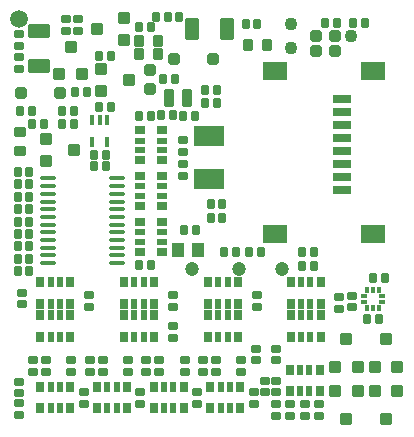
<source format=gbs>
G04*
G04 #@! TF.GenerationSoftware,Altium Limited,Altium Designer,23.4.1 (23)*
G04*
G04 Layer_Color=16711935*
%FSLAX25Y25*%
%MOIN*%
G70*
G04*
G04 #@! TF.SameCoordinates,4B0A588D-1AC6-410B-B069-DFE6D3FFDE1E*
G04*
G04*
G04 #@! TF.FilePolarity,Negative*
G04*
G01*
G75*
G04:AMPARAMS|DCode=58|XSize=29.53mil|YSize=35.43mil|CornerRadius=4.53mil|HoleSize=0mil|Usage=FLASHONLY|Rotation=270.000|XOffset=0mil|YOffset=0mil|HoleType=Round|Shape=RoundedRectangle|*
%AMROUNDEDRECTD58*
21,1,0.02953,0.02638,0,0,270.0*
21,1,0.02047,0.03543,0,0,270.0*
1,1,0.00906,-0.01319,-0.01024*
1,1,0.00906,-0.01319,0.01024*
1,1,0.00906,0.01319,0.01024*
1,1,0.00906,0.01319,-0.01024*
%
%ADD58ROUNDEDRECTD58*%
G04:AMPARAMS|DCode=59|XSize=21.65mil|YSize=35.43mil|CornerRadius=3.74mil|HoleSize=0mil|Usage=FLASHONLY|Rotation=270.000|XOffset=0mil|YOffset=0mil|HoleType=Round|Shape=RoundedRectangle|*
%AMROUNDEDRECTD59*
21,1,0.02165,0.02795,0,0,270.0*
21,1,0.01417,0.03543,0,0,270.0*
1,1,0.00748,-0.01398,-0.00709*
1,1,0.00748,-0.01398,0.00709*
1,1,0.00748,0.01398,0.00709*
1,1,0.00748,0.01398,-0.00709*
%
%ADD59ROUNDEDRECTD59*%
G04:AMPARAMS|DCode=64|XSize=31.5mil|YSize=27.56mil|CornerRadius=4.33mil|HoleSize=0mil|Usage=FLASHONLY|Rotation=90.000|XOffset=0mil|YOffset=0mil|HoleType=Round|Shape=RoundedRectangle|*
%AMROUNDEDRECTD64*
21,1,0.03150,0.01890,0,0,90.0*
21,1,0.02284,0.02756,0,0,90.0*
1,1,0.00866,0.00945,0.01142*
1,1,0.00866,0.00945,-0.01142*
1,1,0.00866,-0.00945,-0.01142*
1,1,0.00866,-0.00945,0.01142*
%
%ADD64ROUNDEDRECTD64*%
G04:AMPARAMS|DCode=68|XSize=31.5mil|YSize=27.56mil|CornerRadius=4.33mil|HoleSize=0mil|Usage=FLASHONLY|Rotation=180.000|XOffset=0mil|YOffset=0mil|HoleType=Round|Shape=RoundedRectangle|*
%AMROUNDEDRECTD68*
21,1,0.03150,0.01890,0,0,180.0*
21,1,0.02284,0.02756,0,0,180.0*
1,1,0.00866,-0.01142,0.00945*
1,1,0.00866,0.01142,0.00945*
1,1,0.00866,0.01142,-0.00945*
1,1,0.00866,-0.01142,-0.00945*
%
%ADD68ROUNDEDRECTD68*%
G04:AMPARAMS|DCode=70|XSize=39.37mil|YSize=41.34mil|CornerRadius=5.51mil|HoleSize=0mil|Usage=FLASHONLY|Rotation=270.000|XOffset=0mil|YOffset=0mil|HoleType=Round|Shape=RoundedRectangle|*
%AMROUNDEDRECTD70*
21,1,0.03937,0.03032,0,0,270.0*
21,1,0.02835,0.04134,0,0,270.0*
1,1,0.01102,-0.01516,-0.01417*
1,1,0.01102,-0.01516,0.01417*
1,1,0.01102,0.01516,0.01417*
1,1,0.01102,0.01516,-0.01417*
%
%ADD70ROUNDEDRECTD70*%
G04:AMPARAMS|DCode=74|XSize=31.5mil|YSize=40.16mil|CornerRadius=4.72mil|HoleSize=0mil|Usage=FLASHONLY|Rotation=0.000|XOffset=0mil|YOffset=0mil|HoleType=Round|Shape=RoundedRectangle|*
%AMROUNDEDRECTD74*
21,1,0.03150,0.03071,0,0,0.0*
21,1,0.02205,0.04016,0,0,0.0*
1,1,0.00945,0.01102,-0.01535*
1,1,0.00945,-0.01102,-0.01535*
1,1,0.00945,-0.01102,0.01535*
1,1,0.00945,0.01102,0.01535*
%
%ADD74ROUNDEDRECTD74*%
G04:AMPARAMS|DCode=76|XSize=39.37mil|YSize=41.34mil|CornerRadius=5.51mil|HoleSize=0mil|Usage=FLASHONLY|Rotation=270.000|XOffset=0mil|YOffset=0mil|HoleType=Round|Shape=RoundedRectangle|*
%AMROUNDEDRECTD76*
21,1,0.03937,0.03032,0,0,270.0*
21,1,0.02835,0.04134,0,0,270.0*
1,1,0.01102,-0.01516,-0.01417*
1,1,0.01102,-0.01516,0.01417*
1,1,0.01102,0.01516,0.01417*
1,1,0.01102,0.01516,-0.01417*
%
%ADD76ROUNDEDRECTD76*%
%ADD81C,0.04724*%
%ADD82C,0.04294*%
%ADD83C,0.05906*%
G04:AMPARAMS|DCode=114|XSize=37.4mil|YSize=37.4mil|CornerRadius=5.32mil|HoleSize=0mil|Usage=FLASHONLY|Rotation=90.000|XOffset=0mil|YOffset=0mil|HoleType=Round|Shape=RoundedRectangle|*
%AMROUNDEDRECTD114*
21,1,0.03740,0.02677,0,0,90.0*
21,1,0.02677,0.03740,0,0,90.0*
1,1,0.01063,0.01339,0.01339*
1,1,0.01063,0.01339,-0.01339*
1,1,0.01063,-0.01339,-0.01339*
1,1,0.01063,-0.01339,0.01339*
%
%ADD114ROUNDEDRECTD114*%
G04:AMPARAMS|DCode=115|XSize=29.53mil|YSize=35.43mil|CornerRadius=4.53mil|HoleSize=0mil|Usage=FLASHONLY|Rotation=0.000|XOffset=0mil|YOffset=0mil|HoleType=Round|Shape=RoundedRectangle|*
%AMROUNDEDRECTD115*
21,1,0.02953,0.02638,0,0,0.0*
21,1,0.02047,0.03543,0,0,0.0*
1,1,0.00906,0.01024,-0.01319*
1,1,0.00906,-0.01024,-0.01319*
1,1,0.00906,-0.01024,0.01319*
1,1,0.00906,0.01024,0.01319*
%
%ADD115ROUNDEDRECTD115*%
G04:AMPARAMS|DCode=116|XSize=21.65mil|YSize=35.43mil|CornerRadius=3.74mil|HoleSize=0mil|Usage=FLASHONLY|Rotation=0.000|XOffset=0mil|YOffset=0mil|HoleType=Round|Shape=RoundedRectangle|*
%AMROUNDEDRECTD116*
21,1,0.02165,0.02795,0,0,0.0*
21,1,0.01417,0.03543,0,0,0.0*
1,1,0.00748,0.00709,-0.01398*
1,1,0.00748,-0.00709,-0.01398*
1,1,0.00748,-0.00709,0.01398*
1,1,0.00748,0.00709,0.01398*
%
%ADD116ROUNDEDRECTD116*%
G04:AMPARAMS|DCode=117|XSize=37.4mil|YSize=37.4mil|CornerRadius=5.32mil|HoleSize=0mil|Usage=FLASHONLY|Rotation=0.000|XOffset=0mil|YOffset=0mil|HoleType=Round|Shape=RoundedRectangle|*
%AMROUNDEDRECTD117*
21,1,0.03740,0.02677,0,0,0.0*
21,1,0.02677,0.03740,0,0,0.0*
1,1,0.01063,0.01339,-0.01339*
1,1,0.01063,-0.01339,-0.01339*
1,1,0.01063,-0.01339,0.01339*
1,1,0.01063,0.01339,0.01339*
%
%ADD117ROUNDEDRECTD117*%
G04:AMPARAMS|DCode=118|XSize=82.68mil|YSize=61.02mil|CornerRadius=7.68mil|HoleSize=0mil|Usage=FLASHONLY|Rotation=180.000|XOffset=0mil|YOffset=0mil|HoleType=Round|Shape=RoundedRectangle|*
%AMROUNDEDRECTD118*
21,1,0.08268,0.04567,0,0,180.0*
21,1,0.06732,0.06102,0,0,180.0*
1,1,0.01535,-0.03366,0.02284*
1,1,0.01535,0.03366,0.02284*
1,1,0.01535,0.03366,-0.02284*
1,1,0.01535,-0.03366,-0.02284*
%
%ADD118ROUNDEDRECTD118*%
G04:AMPARAMS|DCode=119|XSize=62.99mil|YSize=29.53mil|CornerRadius=4.53mil|HoleSize=0mil|Usage=FLASHONLY|Rotation=180.000|XOffset=0mil|YOffset=0mil|HoleType=Round|Shape=RoundedRectangle|*
%AMROUNDEDRECTD119*
21,1,0.06299,0.02047,0,0,180.0*
21,1,0.05394,0.02953,0,0,180.0*
1,1,0.00906,-0.02697,0.01024*
1,1,0.00906,0.02697,0.01024*
1,1,0.00906,0.02697,-0.01024*
1,1,0.00906,-0.02697,-0.01024*
%
%ADD119ROUNDEDRECTD119*%
G04:AMPARAMS|DCode=120|XSize=39.37mil|YSize=41.34mil|CornerRadius=5.51mil|HoleSize=0mil|Usage=FLASHONLY|Rotation=180.000|XOffset=0mil|YOffset=0mil|HoleType=Round|Shape=RoundedRectangle|*
%AMROUNDEDRECTD120*
21,1,0.03937,0.03032,0,0,180.0*
21,1,0.02835,0.04134,0,0,180.0*
1,1,0.01102,-0.01417,0.01516*
1,1,0.01102,0.01417,0.01516*
1,1,0.01102,0.01417,-0.01516*
1,1,0.01102,-0.01417,-0.01516*
%
%ADD120ROUNDEDRECTD120*%
%ADD121R,0.01772X0.01870*%
G04:AMPARAMS|DCode=122|XSize=16.54mil|YSize=35.43mil|CornerRadius=3.23mil|HoleSize=0mil|Usage=FLASHONLY|Rotation=180.000|XOffset=0mil|YOffset=0mil|HoleType=Round|Shape=RoundedRectangle|*
%AMROUNDEDRECTD122*
21,1,0.01654,0.02898,0,0,180.0*
21,1,0.01008,0.03543,0,0,180.0*
1,1,0.00646,-0.00504,0.01449*
1,1,0.00646,0.00504,0.01449*
1,1,0.00646,0.00504,-0.01449*
1,1,0.00646,-0.00504,-0.01449*
%
%ADD122ROUNDEDRECTD122*%
%ADD123O,0.05354X0.01378*%
G04:AMPARAMS|DCode=124|XSize=74.8mil|YSize=49.21mil|CornerRadius=6.5mil|HoleSize=0mil|Usage=FLASHONLY|Rotation=0.000|XOffset=0mil|YOffset=0mil|HoleType=Round|Shape=RoundedRectangle|*
%AMROUNDEDRECTD124*
21,1,0.07480,0.03622,0,0,0.0*
21,1,0.06181,0.04921,0,0,0.0*
1,1,0.01299,0.03091,-0.01811*
1,1,0.01299,-0.03091,-0.01811*
1,1,0.01299,-0.03091,0.01811*
1,1,0.01299,0.03091,0.01811*
%
%ADD124ROUNDEDRECTD124*%
G04:AMPARAMS|DCode=125|XSize=39.76mil|YSize=37.4mil|CornerRadius=5.32mil|HoleSize=0mil|Usage=FLASHONLY|Rotation=0.000|XOffset=0mil|YOffset=0mil|HoleType=Round|Shape=RoundedRectangle|*
%AMROUNDEDRECTD125*
21,1,0.03976,0.02677,0,0,0.0*
21,1,0.02913,0.03740,0,0,0.0*
1,1,0.01063,0.01457,-0.01339*
1,1,0.01063,-0.01457,-0.01339*
1,1,0.01063,-0.01457,0.01339*
1,1,0.01063,0.01457,0.01339*
%
%ADD125ROUNDEDRECTD125*%
%ADD126R,0.09843X0.07087*%
%ADD127R,0.01870X0.01772*%
G04:AMPARAMS|DCode=128|XSize=31.5mil|YSize=59.06mil|CornerRadius=4.72mil|HoleSize=0mil|Usage=FLASHONLY|Rotation=0.000|XOffset=0mil|YOffset=0mil|HoleType=Round|Shape=RoundedRectangle|*
%AMROUNDEDRECTD128*
21,1,0.03150,0.04961,0,0,0.0*
21,1,0.02205,0.05906,0,0,0.0*
1,1,0.00945,0.01102,-0.02480*
1,1,0.00945,-0.01102,-0.02480*
1,1,0.00945,-0.01102,0.02480*
1,1,0.00945,0.01102,0.02480*
%
%ADD128ROUNDEDRECTD128*%
G04:AMPARAMS|DCode=129|XSize=39.37mil|YSize=41.34mil|CornerRadius=5.51mil|HoleSize=0mil|Usage=FLASHONLY|Rotation=180.000|XOffset=0mil|YOffset=0mil|HoleType=Round|Shape=RoundedRectangle|*
%AMROUNDEDRECTD129*
21,1,0.03937,0.03032,0,0,180.0*
21,1,0.02835,0.04134,0,0,180.0*
1,1,0.01102,-0.01417,0.01516*
1,1,0.01102,0.01417,0.01516*
1,1,0.01102,0.01417,-0.01516*
1,1,0.01102,-0.01417,-0.01516*
%
%ADD129ROUNDEDRECTD129*%
%ADD130R,0.04331X0.04724*%
G04:AMPARAMS|DCode=131|XSize=74.8mil|YSize=49.21mil|CornerRadius=6.5mil|HoleSize=0mil|Usage=FLASHONLY|Rotation=90.000|XOffset=0mil|YOffset=0mil|HoleType=Round|Shape=RoundedRectangle|*
%AMROUNDEDRECTD131*
21,1,0.07480,0.03622,0,0,90.0*
21,1,0.06181,0.04921,0,0,90.0*
1,1,0.01299,0.01811,0.03091*
1,1,0.01299,0.01811,-0.03091*
1,1,0.01299,-0.01811,-0.03091*
1,1,0.01299,-0.01811,0.03091*
%
%ADD131ROUNDEDRECTD131*%
G04:AMPARAMS|DCode=132|XSize=31.5mil|YSize=40.16mil|CornerRadius=4.72mil|HoleSize=0mil|Usage=FLASHONLY|Rotation=90.000|XOffset=0mil|YOffset=0mil|HoleType=Round|Shape=RoundedRectangle|*
%AMROUNDEDRECTD132*
21,1,0.03150,0.03071,0,0,90.0*
21,1,0.02205,0.04016,0,0,90.0*
1,1,0.00945,0.01535,0.01102*
1,1,0.00945,0.01535,-0.01102*
1,1,0.00945,-0.01535,-0.01102*
1,1,0.00945,-0.01535,0.01102*
%
%ADD132ROUNDEDRECTD132*%
D58*
X51969Y85039D02*
D03*
Y59744D02*
D03*
Y75000D02*
D03*
Y69784D02*
D03*
X44882Y100295D02*
D03*
X51969D02*
D03*
X51969Y90256D02*
D03*
X44882D02*
D03*
X44882Y59744D02*
D03*
Y69784D02*
D03*
Y75000D02*
D03*
Y85039D02*
D03*
D59*
X51969Y81594D02*
D03*
Y66339D02*
D03*
Y78445D02*
D03*
Y63189D02*
D03*
X51969Y93701D02*
D03*
Y96850D02*
D03*
X44882Y96850D02*
D03*
X44882Y93701D02*
D03*
X44882Y66339D02*
D03*
Y63189D02*
D03*
Y81594D02*
D03*
Y78445D02*
D03*
D64*
X53937Y138189D02*
D03*
X50000D02*
D03*
X48425Y134646D02*
D03*
X44488D02*
D03*
X56299Y117323D02*
D03*
X52362D02*
D03*
X84952Y59621D02*
D03*
X81015D02*
D03*
X76756D02*
D03*
X72819D02*
D03*
X33434Y92088D02*
D03*
X29497D02*
D03*
X33434Y88365D02*
D03*
X29497D02*
D03*
X31018Y125197D02*
D03*
X34955D02*
D03*
X119652Y136130D02*
D03*
X83904Y135891D02*
D03*
X98819Y59621D02*
D03*
X66535Y113779D02*
D03*
Y109449D02*
D03*
X63105Y105230D02*
D03*
X51828Y105285D02*
D03*
X72244Y75625D02*
D03*
X59518Y67140D02*
D03*
X124435Y37274D02*
D03*
X98819Y55118D02*
D03*
X57874Y138189D02*
D03*
X44488Y105194D02*
D03*
X22835Y106592D02*
D03*
X8770D02*
D03*
X22835Y102362D02*
D03*
X8770D02*
D03*
X48473Y55454D02*
D03*
X3937Y53543D02*
D03*
X70472Y113779D02*
D03*
X68307Y75625D02*
D03*
Y71137D02*
D03*
X72244D02*
D03*
X126378Y51181D02*
D03*
X122441D02*
D03*
X120498Y37274D02*
D03*
X35053Y108098D02*
D03*
X31116D02*
D03*
X4832Y106592D02*
D03*
X48425Y105194D02*
D03*
X63455Y67140D02*
D03*
X55765Y105285D02*
D03*
X59168Y105230D02*
D03*
X18898Y102362D02*
D03*
X44536Y55454D02*
D03*
X7874Y53543D02*
D03*
X79967Y135891D02*
D03*
X53937Y138189D02*
D03*
X27165Y113165D02*
D03*
X23228D02*
D03*
X18898Y106592D02*
D03*
X102756Y55118D02*
D03*
Y59621D02*
D03*
X70472Y109449D02*
D03*
X115715Y136130D02*
D03*
X106399D02*
D03*
X110336D02*
D03*
X12707Y102362D02*
D03*
X3937Y57480D02*
D03*
X7874D02*
D03*
X3937Y69882D02*
D03*
X7874D02*
D03*
X3937Y74016D02*
D03*
X7874D02*
D03*
X3937Y82284D02*
D03*
X7874D02*
D03*
X3937Y78150D02*
D03*
X7874D02*
D03*
X3937Y86417D02*
D03*
X7874D02*
D03*
X3937Y65748D02*
D03*
X7874D02*
D03*
X3937Y61614D02*
D03*
X7874D02*
D03*
D68*
X58927Y88976D02*
D03*
Y93209D02*
D03*
X104331Y5118D02*
D03*
X99606Y5118D02*
D03*
X94882D02*
D03*
X90158D02*
D03*
X20079Y133465D02*
D03*
X24213D02*
D03*
X115393Y41244D02*
D03*
Y45181D02*
D03*
X4464Y132283D02*
D03*
Y128347D02*
D03*
X58927Y97146D02*
D03*
Y85039D02*
D03*
X111221Y40748D02*
D03*
Y44685D02*
D03*
X86448Y12972D02*
D03*
Y16909D02*
D03*
X90158D02*
D03*
Y12972D02*
D03*
Y27559D02*
D03*
Y23622D02*
D03*
X90158Y9055D02*
D03*
X94882D02*
D03*
X104331Y9055D02*
D03*
X99606Y9055D02*
D03*
X5499Y42249D02*
D03*
Y46186D02*
D03*
X55709Y45276D02*
D03*
Y41339D02*
D03*
Y35039D02*
D03*
Y31102D02*
D03*
X27756Y45276D02*
D03*
Y41339D02*
D03*
X51181Y19882D02*
D03*
Y23819D02*
D03*
X21851Y19882D02*
D03*
Y23819D02*
D03*
X9055Y19882D02*
D03*
Y23819D02*
D03*
X25947Y12972D02*
D03*
Y9035D02*
D03*
X4331Y12598D02*
D03*
Y16535D02*
D03*
X4528Y9449D02*
D03*
Y5512D02*
D03*
X4464Y120757D02*
D03*
Y124694D02*
D03*
X20079Y137402D02*
D03*
X24213D02*
D03*
X27953Y23819D02*
D03*
Y19882D02*
D03*
X32283Y23819D02*
D03*
Y19882D02*
D03*
X40748Y23819D02*
D03*
Y19882D02*
D03*
X44914Y9035D02*
D03*
Y12972D02*
D03*
X83661Y41339D02*
D03*
Y45276D02*
D03*
X13386Y23819D02*
D03*
Y19882D02*
D03*
X63757Y9035D02*
D03*
Y12972D02*
D03*
X59646Y23819D02*
D03*
Y19882D02*
D03*
X46851Y23819D02*
D03*
Y19882D02*
D03*
X82737Y9035D02*
D03*
Y12972D02*
D03*
X78544Y23819D02*
D03*
Y19882D02*
D03*
X70079Y23819D02*
D03*
Y19882D02*
D03*
X65748Y23819D02*
D03*
Y19882D02*
D03*
X83525Y27559D02*
D03*
Y23622D02*
D03*
D70*
X39557Y130256D02*
D03*
X31817Y120781D02*
D03*
X13484Y97411D02*
D03*
D74*
X87205Y128839D02*
D03*
X80905D02*
D03*
X50591Y130217D02*
D03*
X44291Y130217D02*
D03*
X50591Y125591D02*
D03*
X44291D02*
D03*
D76*
X22736Y93670D02*
D03*
X31817Y113301D02*
D03*
X41069Y117041D02*
D03*
X39557Y137736D02*
D03*
X30305Y133996D02*
D03*
X13484Y89930D02*
D03*
D81*
X77913Y54134D02*
D03*
X92126D02*
D03*
X62126D02*
D03*
D82*
X115118Y131693D02*
D03*
X95118Y127693D02*
D03*
Y135693D02*
D03*
D83*
X4331Y137402D02*
D03*
D114*
X48031Y120394D02*
D03*
Y114173D02*
D03*
D115*
X77461Y49606D02*
D03*
Y42520D02*
D03*
X67421D02*
D03*
X67421Y49606D02*
D03*
X49508Y42520D02*
D03*
X21555D02*
D03*
X39469Y38583D02*
D03*
X94587Y13386D02*
D03*
X94587Y20472D02*
D03*
X104626D02*
D03*
Y13386D02*
D03*
X11516Y31496D02*
D03*
X11516Y38583D02*
D03*
X21555Y38583D02*
D03*
X21555Y31496D02*
D03*
X21555Y49606D02*
D03*
X11516Y42520D02*
D03*
X11516Y49606D02*
D03*
X39469Y31496D02*
D03*
X49508Y38583D02*
D03*
Y31496D02*
D03*
X49508Y49606D02*
D03*
X39469Y42520D02*
D03*
Y49606D02*
D03*
X40453Y7677D02*
D03*
Y14764D02*
D03*
X30413D02*
D03*
Y7677D02*
D03*
X21555D02*
D03*
X21555Y14764D02*
D03*
X11516D02*
D03*
X11516Y7677D02*
D03*
X59351D02*
D03*
Y14764D02*
D03*
X49311D02*
D03*
X49311Y7677D02*
D03*
X78248D02*
D03*
Y14764D02*
D03*
X68209D02*
D03*
X68209Y7677D02*
D03*
X77461Y31496D02*
D03*
Y38583D02*
D03*
X67421Y38583D02*
D03*
X67421Y31496D02*
D03*
X105020D02*
D03*
X105020Y38583D02*
D03*
X94980Y38583D02*
D03*
Y31496D02*
D03*
X94980Y49606D02*
D03*
X94980Y42520D02*
D03*
X105020D02*
D03*
Y49606D02*
D03*
D116*
X70866Y42520D02*
D03*
X74016D02*
D03*
X74016Y49606D02*
D03*
X70866Y49606D02*
D03*
X46063Y42520D02*
D03*
X18110D02*
D03*
X42913Y38583D02*
D03*
X101181Y20472D02*
D03*
X98032D02*
D03*
Y13386D02*
D03*
X101181D02*
D03*
X18110Y38583D02*
D03*
X14961D02*
D03*
Y31496D02*
D03*
X18110Y31496D02*
D03*
X14961Y42520D02*
D03*
X18110Y49606D02*
D03*
X14961Y49606D02*
D03*
X46063Y38583D02*
D03*
X42913Y31496D02*
D03*
X46063D02*
D03*
X42914Y42520D02*
D03*
X46063Y49606D02*
D03*
X42914D02*
D03*
X37008Y7677D02*
D03*
X33858D02*
D03*
Y14764D02*
D03*
X37008D02*
D03*
X18111Y7677D02*
D03*
X14961D02*
D03*
Y14764D02*
D03*
X18111D02*
D03*
X55906Y7677D02*
D03*
X52756D02*
D03*
Y14764D02*
D03*
X55906D02*
D03*
X74803Y7677D02*
D03*
X71654D02*
D03*
Y14764D02*
D03*
X74803D02*
D03*
X74016Y31496D02*
D03*
X70866D02*
D03*
Y38583D02*
D03*
X74016D02*
D03*
X101575Y31496D02*
D03*
X98425D02*
D03*
Y38583D02*
D03*
X101575Y38583D02*
D03*
X98425Y49606D02*
D03*
X101575Y49606D02*
D03*
X101575Y42520D02*
D03*
X98425Y42520D02*
D03*
D117*
X109803Y126870D02*
D03*
Y131860D02*
D03*
X103583D02*
D03*
Y126870D02*
D03*
D118*
X122441Y119980D02*
D03*
X89764D02*
D03*
X122441Y65847D02*
D03*
X89764D02*
D03*
D119*
X112205Y101949D02*
D03*
Y110610D02*
D03*
Y106280D02*
D03*
Y97618D02*
D03*
Y93287D02*
D03*
Y88957D02*
D03*
Y84626D02*
D03*
Y80295D02*
D03*
D120*
X130512Y21339D02*
D03*
X117308D02*
D03*
X123031Y13307D02*
D03*
X109828Y13307D02*
D03*
X126772Y30591D02*
D03*
X113568D02*
D03*
X113568Y4055D02*
D03*
X25394Y118976D02*
D03*
X21654Y128228D02*
D03*
X126772Y4055D02*
D03*
D121*
X124435Y47112D02*
D03*
X120498D02*
D03*
X124435Y41108D02*
D03*
X122467D02*
D03*
Y47112D02*
D03*
X120498Y41108D02*
D03*
D122*
X33870Y103760D02*
D03*
X28752D02*
D03*
X31311D02*
D03*
X33870Y96279D02*
D03*
X28752D02*
D03*
D123*
X37087Y84252D02*
D03*
X14095Y81693D02*
D03*
Y84252D02*
D03*
X37087Y61221D02*
D03*
X14095Y58662D02*
D03*
Y56102D02*
D03*
Y61221D02*
D03*
Y63780D02*
D03*
Y66339D02*
D03*
Y68898D02*
D03*
Y71457D02*
D03*
Y74016D02*
D03*
Y76575D02*
D03*
Y79134D02*
D03*
X37087Y56102D02*
D03*
Y58662D02*
D03*
Y63780D02*
D03*
Y66339D02*
D03*
Y68898D02*
D03*
Y71457D02*
D03*
Y74016D02*
D03*
Y76575D02*
D03*
Y79134D02*
D03*
Y81693D02*
D03*
D124*
X11024Y121839D02*
D03*
Y133257D02*
D03*
D125*
X69114Y123974D02*
D03*
X56122D02*
D03*
X5037Y112774D02*
D03*
X18029Y112774D02*
D03*
D126*
X67889Y98569D02*
D03*
X67889Y84002D02*
D03*
D127*
X119465Y43126D02*
D03*
Y45094D02*
D03*
X125469D02*
D03*
Y43126D02*
D03*
D128*
X54478Y111092D02*
D03*
X60383D02*
D03*
D129*
X123031Y21339D02*
D03*
X109828D02*
D03*
X117308Y13307D02*
D03*
X17913Y118976D02*
D03*
X130512Y13307D02*
D03*
D130*
X57281Y60433D02*
D03*
X63974D02*
D03*
D131*
X73642Y133970D02*
D03*
X62225D02*
D03*
D132*
X4725Y99606D02*
D03*
X4725Y93307D02*
D03*
M02*

</source>
